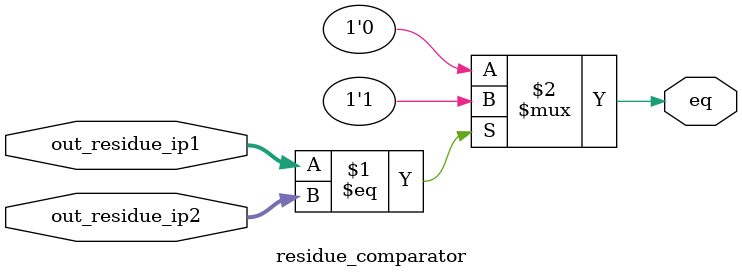
<source format=v>
module residue_comparator(
input 	[15:0]	out_residue_ip1,
input 	[15:0]	out_residue_ip2,
output			eq
);


assign eq = (out_residue_ip1 == out_residue_ip2) ? 1'b1 : 1'b0;

endmodule

</source>
